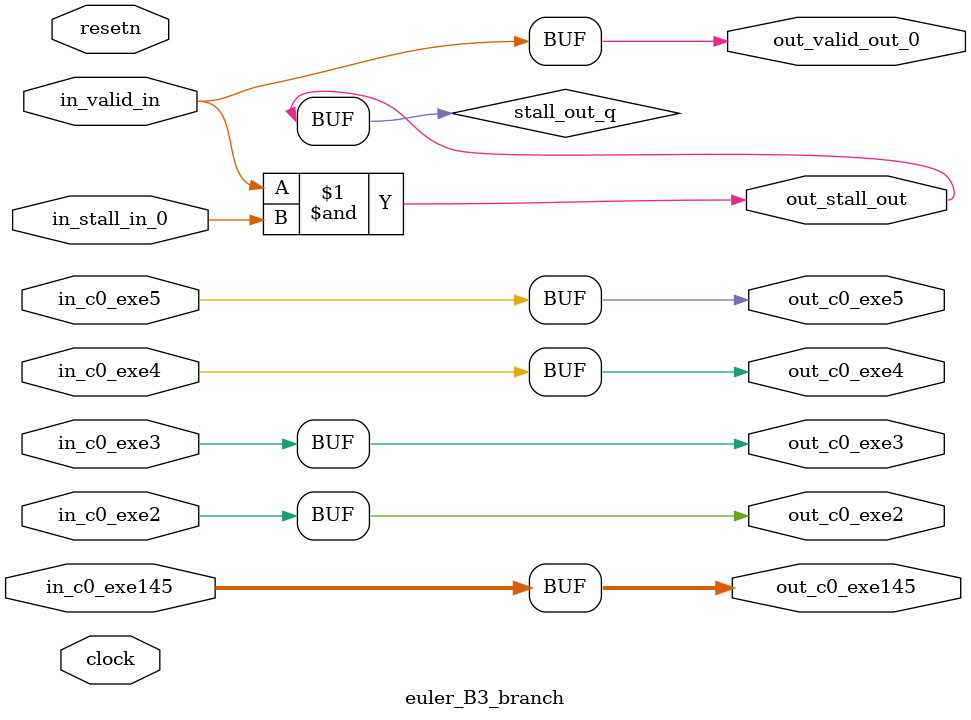
<source format=sv>



(* altera_attribute = "-name AUTO_SHIFT_REGISTER_RECOGNITION OFF; -name MESSAGE_DISABLE 10036; -name MESSAGE_DISABLE 10037; -name MESSAGE_DISABLE 14130; -name MESSAGE_DISABLE 14320; -name MESSAGE_DISABLE 15400; -name MESSAGE_DISABLE 14130; -name MESSAGE_DISABLE 10036; -name MESSAGE_DISABLE 12020; -name MESSAGE_DISABLE 12030; -name MESSAGE_DISABLE 12010; -name MESSAGE_DISABLE 12110; -name MESSAGE_DISABLE 14320; -name MESSAGE_DISABLE 13410; -name MESSAGE_DISABLE 113007; -name MESSAGE_DISABLE 10958" *)
module euler_B3_branch (
    input wire [32:0] in_c0_exe145,
    input wire [0:0] in_c0_exe2,
    input wire [0:0] in_c0_exe3,
    input wire [0:0] in_c0_exe4,
    input wire [0:0] in_c0_exe5,
    input wire [0:0] in_stall_in_0,
    input wire [0:0] in_valid_in,
    output wire [32:0] out_c0_exe145,
    output wire [0:0] out_c0_exe2,
    output wire [0:0] out_c0_exe3,
    output wire [0:0] out_c0_exe4,
    output wire [0:0] out_c0_exe5,
    output wire [0:0] out_stall_out,
    output wire [0:0] out_valid_out_0,
    input wire clock,
    input wire resetn
    );

    wire [0:0] stall_out_q;


    // out_c0_exe145(GPOUT,9)
    assign out_c0_exe145 = in_c0_exe145;

    // out_c0_exe2(GPOUT,10)
    assign out_c0_exe2 = in_c0_exe2;

    // out_c0_exe3(GPOUT,11)
    assign out_c0_exe3 = in_c0_exe3;

    // out_c0_exe4(GPOUT,12)
    assign out_c0_exe4 = in_c0_exe4;

    // out_c0_exe5(GPOUT,13)
    assign out_c0_exe5 = in_c0_exe5;

    // stall_out(LOGICAL,16)
    assign stall_out_q = in_valid_in & in_stall_in_0;

    // out_stall_out(GPOUT,14)
    assign out_stall_out = stall_out_q;

    // out_valid_out_0(GPOUT,15)
    assign out_valid_out_0 = in_valid_in;

endmodule

</source>
